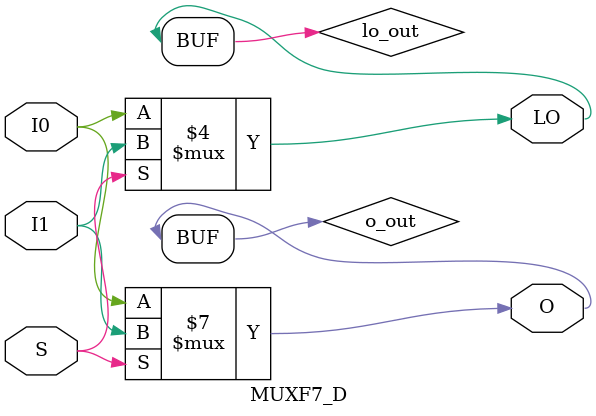
<source format=v>

/*

FUNCTION	: 2 to 1 Multiplexer for Carry Logic

*/

`timescale  100 ps / 10 ps


module MUXF7_D (LO, O, I0, I1, S);

    output LO, O;
    reg    o_out, lo_out;

    input  I0, I1, S;

    buf B1 (O, o_out);
    buf B2 (LO, lo_out);

	always @(I0 or I1 or S) begin
	    if (S)
		o_out <= I1;
	    else
		o_out <= I0;
	end

	always @(I0 or I1 or S) begin
	    if (S)
		lo_out <= I1;
	    else
		lo_out <= I0;
	end

    specify
	(I0 => O) = (0, 0);
	(I1 => O) = (0, 0);
	(S  => O) = (0, 0);
	(I0 => LO) = (0, 0);
	(I1 => LO) = (0, 0);
	(S  => LO) = (0, 0);
    endspecify

endmodule


</source>
